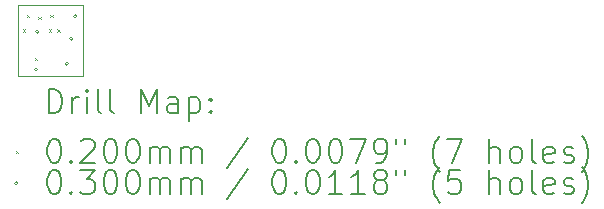
<source format=gbr>
%TF.GenerationSoftware,KiCad,Pcbnew,6.0.9-8da3e8f707~116~ubuntu22.04.1*%
%TF.CreationDate,2022-12-05T15:05:31-05:00*%
%TF.ProjectId,microphone,6d696372-6f70-4686-9f6e-652e6b696361,rev?*%
%TF.SameCoordinates,Original*%
%TF.FileFunction,Drillmap*%
%TF.FilePolarity,Positive*%
%FSLAX45Y45*%
G04 Gerber Fmt 4.5, Leading zero omitted, Abs format (unit mm)*
G04 Created by KiCad (PCBNEW 6.0.9-8da3e8f707~116~ubuntu22.04.1) date 2022-12-05 15:05:31*
%MOMM*%
%LPD*%
G01*
G04 APERTURE LIST*
%ADD10C,0.050000*%
%ADD11C,0.200000*%
%ADD12C,0.020000*%
%ADD13C,0.030000*%
G04 APERTURE END LIST*
D10*
X14810000Y-9745000D02*
X14810000Y-9140000D01*
X15360000Y-9745000D02*
X14810000Y-9745000D01*
X15360000Y-9140000D02*
X15360000Y-9745000D01*
X14810000Y-9140000D02*
X15360000Y-9140000D01*
D11*
D12*
X14850000Y-9347950D02*
X14870000Y-9367950D01*
X14870000Y-9347950D02*
X14850000Y-9367950D01*
X14880000Y-9228000D02*
X14900000Y-9248000D01*
X14900000Y-9228000D02*
X14880000Y-9248000D01*
X14950000Y-9590000D02*
X14970000Y-9610000D01*
X14970000Y-9590000D02*
X14950000Y-9610000D01*
X14980000Y-9242450D02*
X15000000Y-9262450D01*
X15000000Y-9242450D02*
X14980000Y-9262450D01*
X15070000Y-9350000D02*
X15090000Y-9370000D01*
X15090000Y-9350000D02*
X15070000Y-9370000D01*
X15080000Y-9228000D02*
X15100000Y-9248000D01*
X15100000Y-9228000D02*
X15080000Y-9248000D01*
X15140000Y-9350000D02*
X15160000Y-9370000D01*
X15160000Y-9350000D02*
X15140000Y-9370000D01*
D13*
X14974000Y-9689000D02*
G75*
G03*
X14974000Y-9689000I-15000J0D01*
G01*
X14985000Y-9370000D02*
G75*
G03*
X14985000Y-9370000I-15000J0D01*
G01*
X15235000Y-9640000D02*
G75*
G03*
X15235000Y-9640000I-15000J0D01*
G01*
X15272061Y-9428945D02*
G75*
G03*
X15272061Y-9428945I-15000J0D01*
G01*
X15305000Y-9238000D02*
G75*
G03*
X15305000Y-9238000I-15000J0D01*
G01*
D11*
X15065119Y-10057976D02*
X15065119Y-9857976D01*
X15112738Y-9857976D01*
X15141309Y-9867500D01*
X15160357Y-9886548D01*
X15169881Y-9905595D01*
X15179405Y-9943690D01*
X15179405Y-9972262D01*
X15169881Y-10010357D01*
X15160357Y-10029405D01*
X15141309Y-10048452D01*
X15112738Y-10057976D01*
X15065119Y-10057976D01*
X15265119Y-10057976D02*
X15265119Y-9924643D01*
X15265119Y-9962738D02*
X15274643Y-9943690D01*
X15284167Y-9934167D01*
X15303214Y-9924643D01*
X15322262Y-9924643D01*
X15388928Y-10057976D02*
X15388928Y-9924643D01*
X15388928Y-9857976D02*
X15379405Y-9867500D01*
X15388928Y-9877024D01*
X15398452Y-9867500D01*
X15388928Y-9857976D01*
X15388928Y-9877024D01*
X15512738Y-10057976D02*
X15493690Y-10048452D01*
X15484167Y-10029405D01*
X15484167Y-9857976D01*
X15617500Y-10057976D02*
X15598452Y-10048452D01*
X15588928Y-10029405D01*
X15588928Y-9857976D01*
X15846071Y-10057976D02*
X15846071Y-9857976D01*
X15912738Y-10000833D01*
X15979405Y-9857976D01*
X15979405Y-10057976D01*
X16160357Y-10057976D02*
X16160357Y-9953214D01*
X16150833Y-9934167D01*
X16131786Y-9924643D01*
X16093690Y-9924643D01*
X16074643Y-9934167D01*
X16160357Y-10048452D02*
X16141309Y-10057976D01*
X16093690Y-10057976D01*
X16074643Y-10048452D01*
X16065119Y-10029405D01*
X16065119Y-10010357D01*
X16074643Y-9991310D01*
X16093690Y-9981786D01*
X16141309Y-9981786D01*
X16160357Y-9972262D01*
X16255595Y-9924643D02*
X16255595Y-10124643D01*
X16255595Y-9934167D02*
X16274643Y-9924643D01*
X16312738Y-9924643D01*
X16331786Y-9934167D01*
X16341309Y-9943690D01*
X16350833Y-9962738D01*
X16350833Y-10019881D01*
X16341309Y-10038929D01*
X16331786Y-10048452D01*
X16312738Y-10057976D01*
X16274643Y-10057976D01*
X16255595Y-10048452D01*
X16436548Y-10038929D02*
X16446071Y-10048452D01*
X16436548Y-10057976D01*
X16427024Y-10048452D01*
X16436548Y-10038929D01*
X16436548Y-10057976D01*
X16436548Y-9934167D02*
X16446071Y-9943690D01*
X16436548Y-9953214D01*
X16427024Y-9943690D01*
X16436548Y-9934167D01*
X16436548Y-9953214D01*
D12*
X14787500Y-10377500D02*
X14807500Y-10397500D01*
X14807500Y-10377500D02*
X14787500Y-10397500D01*
D11*
X15103214Y-10277976D02*
X15122262Y-10277976D01*
X15141309Y-10287500D01*
X15150833Y-10297024D01*
X15160357Y-10316071D01*
X15169881Y-10354167D01*
X15169881Y-10401786D01*
X15160357Y-10439881D01*
X15150833Y-10458929D01*
X15141309Y-10468452D01*
X15122262Y-10477976D01*
X15103214Y-10477976D01*
X15084167Y-10468452D01*
X15074643Y-10458929D01*
X15065119Y-10439881D01*
X15055595Y-10401786D01*
X15055595Y-10354167D01*
X15065119Y-10316071D01*
X15074643Y-10297024D01*
X15084167Y-10287500D01*
X15103214Y-10277976D01*
X15255595Y-10458929D02*
X15265119Y-10468452D01*
X15255595Y-10477976D01*
X15246071Y-10468452D01*
X15255595Y-10458929D01*
X15255595Y-10477976D01*
X15341309Y-10297024D02*
X15350833Y-10287500D01*
X15369881Y-10277976D01*
X15417500Y-10277976D01*
X15436548Y-10287500D01*
X15446071Y-10297024D01*
X15455595Y-10316071D01*
X15455595Y-10335119D01*
X15446071Y-10363690D01*
X15331786Y-10477976D01*
X15455595Y-10477976D01*
X15579405Y-10277976D02*
X15598452Y-10277976D01*
X15617500Y-10287500D01*
X15627024Y-10297024D01*
X15636548Y-10316071D01*
X15646071Y-10354167D01*
X15646071Y-10401786D01*
X15636548Y-10439881D01*
X15627024Y-10458929D01*
X15617500Y-10468452D01*
X15598452Y-10477976D01*
X15579405Y-10477976D01*
X15560357Y-10468452D01*
X15550833Y-10458929D01*
X15541309Y-10439881D01*
X15531786Y-10401786D01*
X15531786Y-10354167D01*
X15541309Y-10316071D01*
X15550833Y-10297024D01*
X15560357Y-10287500D01*
X15579405Y-10277976D01*
X15769881Y-10277976D02*
X15788928Y-10277976D01*
X15807976Y-10287500D01*
X15817500Y-10297024D01*
X15827024Y-10316071D01*
X15836548Y-10354167D01*
X15836548Y-10401786D01*
X15827024Y-10439881D01*
X15817500Y-10458929D01*
X15807976Y-10468452D01*
X15788928Y-10477976D01*
X15769881Y-10477976D01*
X15750833Y-10468452D01*
X15741309Y-10458929D01*
X15731786Y-10439881D01*
X15722262Y-10401786D01*
X15722262Y-10354167D01*
X15731786Y-10316071D01*
X15741309Y-10297024D01*
X15750833Y-10287500D01*
X15769881Y-10277976D01*
X15922262Y-10477976D02*
X15922262Y-10344643D01*
X15922262Y-10363690D02*
X15931786Y-10354167D01*
X15950833Y-10344643D01*
X15979405Y-10344643D01*
X15998452Y-10354167D01*
X16007976Y-10373214D01*
X16007976Y-10477976D01*
X16007976Y-10373214D02*
X16017500Y-10354167D01*
X16036548Y-10344643D01*
X16065119Y-10344643D01*
X16084167Y-10354167D01*
X16093690Y-10373214D01*
X16093690Y-10477976D01*
X16188928Y-10477976D02*
X16188928Y-10344643D01*
X16188928Y-10363690D02*
X16198452Y-10354167D01*
X16217500Y-10344643D01*
X16246071Y-10344643D01*
X16265119Y-10354167D01*
X16274643Y-10373214D01*
X16274643Y-10477976D01*
X16274643Y-10373214D02*
X16284167Y-10354167D01*
X16303214Y-10344643D01*
X16331786Y-10344643D01*
X16350833Y-10354167D01*
X16360357Y-10373214D01*
X16360357Y-10477976D01*
X16750833Y-10268452D02*
X16579405Y-10525595D01*
X17007976Y-10277976D02*
X17027024Y-10277976D01*
X17046071Y-10287500D01*
X17055595Y-10297024D01*
X17065119Y-10316071D01*
X17074643Y-10354167D01*
X17074643Y-10401786D01*
X17065119Y-10439881D01*
X17055595Y-10458929D01*
X17046071Y-10468452D01*
X17027024Y-10477976D01*
X17007976Y-10477976D01*
X16988929Y-10468452D01*
X16979405Y-10458929D01*
X16969881Y-10439881D01*
X16960357Y-10401786D01*
X16960357Y-10354167D01*
X16969881Y-10316071D01*
X16979405Y-10297024D01*
X16988929Y-10287500D01*
X17007976Y-10277976D01*
X17160357Y-10458929D02*
X17169881Y-10468452D01*
X17160357Y-10477976D01*
X17150833Y-10468452D01*
X17160357Y-10458929D01*
X17160357Y-10477976D01*
X17293690Y-10277976D02*
X17312738Y-10277976D01*
X17331786Y-10287500D01*
X17341310Y-10297024D01*
X17350833Y-10316071D01*
X17360357Y-10354167D01*
X17360357Y-10401786D01*
X17350833Y-10439881D01*
X17341310Y-10458929D01*
X17331786Y-10468452D01*
X17312738Y-10477976D01*
X17293690Y-10477976D01*
X17274643Y-10468452D01*
X17265119Y-10458929D01*
X17255595Y-10439881D01*
X17246071Y-10401786D01*
X17246071Y-10354167D01*
X17255595Y-10316071D01*
X17265119Y-10297024D01*
X17274643Y-10287500D01*
X17293690Y-10277976D01*
X17484167Y-10277976D02*
X17503214Y-10277976D01*
X17522262Y-10287500D01*
X17531786Y-10297024D01*
X17541310Y-10316071D01*
X17550833Y-10354167D01*
X17550833Y-10401786D01*
X17541310Y-10439881D01*
X17531786Y-10458929D01*
X17522262Y-10468452D01*
X17503214Y-10477976D01*
X17484167Y-10477976D01*
X17465119Y-10468452D01*
X17455595Y-10458929D01*
X17446071Y-10439881D01*
X17436548Y-10401786D01*
X17436548Y-10354167D01*
X17446071Y-10316071D01*
X17455595Y-10297024D01*
X17465119Y-10287500D01*
X17484167Y-10277976D01*
X17617500Y-10277976D02*
X17750833Y-10277976D01*
X17665119Y-10477976D01*
X17836548Y-10477976D02*
X17874643Y-10477976D01*
X17893690Y-10468452D01*
X17903214Y-10458929D01*
X17922262Y-10430357D01*
X17931786Y-10392262D01*
X17931786Y-10316071D01*
X17922262Y-10297024D01*
X17912738Y-10287500D01*
X17893690Y-10277976D01*
X17855595Y-10277976D01*
X17836548Y-10287500D01*
X17827024Y-10297024D01*
X17817500Y-10316071D01*
X17817500Y-10363690D01*
X17827024Y-10382738D01*
X17836548Y-10392262D01*
X17855595Y-10401786D01*
X17893690Y-10401786D01*
X17912738Y-10392262D01*
X17922262Y-10382738D01*
X17931786Y-10363690D01*
X18007976Y-10277976D02*
X18007976Y-10316071D01*
X18084167Y-10277976D02*
X18084167Y-10316071D01*
X18379405Y-10554167D02*
X18369881Y-10544643D01*
X18350833Y-10516071D01*
X18341310Y-10497024D01*
X18331786Y-10468452D01*
X18322262Y-10420833D01*
X18322262Y-10382738D01*
X18331786Y-10335119D01*
X18341310Y-10306548D01*
X18350833Y-10287500D01*
X18369881Y-10258929D01*
X18379405Y-10249405D01*
X18436548Y-10277976D02*
X18569881Y-10277976D01*
X18484167Y-10477976D01*
X18798452Y-10477976D02*
X18798452Y-10277976D01*
X18884167Y-10477976D02*
X18884167Y-10373214D01*
X18874643Y-10354167D01*
X18855595Y-10344643D01*
X18827024Y-10344643D01*
X18807976Y-10354167D01*
X18798452Y-10363690D01*
X19007976Y-10477976D02*
X18988929Y-10468452D01*
X18979405Y-10458929D01*
X18969881Y-10439881D01*
X18969881Y-10382738D01*
X18979405Y-10363690D01*
X18988929Y-10354167D01*
X19007976Y-10344643D01*
X19036548Y-10344643D01*
X19055595Y-10354167D01*
X19065119Y-10363690D01*
X19074643Y-10382738D01*
X19074643Y-10439881D01*
X19065119Y-10458929D01*
X19055595Y-10468452D01*
X19036548Y-10477976D01*
X19007976Y-10477976D01*
X19188929Y-10477976D02*
X19169881Y-10468452D01*
X19160357Y-10449405D01*
X19160357Y-10277976D01*
X19341310Y-10468452D02*
X19322262Y-10477976D01*
X19284167Y-10477976D01*
X19265119Y-10468452D01*
X19255595Y-10449405D01*
X19255595Y-10373214D01*
X19265119Y-10354167D01*
X19284167Y-10344643D01*
X19322262Y-10344643D01*
X19341310Y-10354167D01*
X19350833Y-10373214D01*
X19350833Y-10392262D01*
X19255595Y-10411310D01*
X19427024Y-10468452D02*
X19446071Y-10477976D01*
X19484167Y-10477976D01*
X19503214Y-10468452D01*
X19512738Y-10449405D01*
X19512738Y-10439881D01*
X19503214Y-10420833D01*
X19484167Y-10411310D01*
X19455595Y-10411310D01*
X19436548Y-10401786D01*
X19427024Y-10382738D01*
X19427024Y-10373214D01*
X19436548Y-10354167D01*
X19455595Y-10344643D01*
X19484167Y-10344643D01*
X19503214Y-10354167D01*
X19579405Y-10554167D02*
X19588929Y-10544643D01*
X19607976Y-10516071D01*
X19617500Y-10497024D01*
X19627024Y-10468452D01*
X19636548Y-10420833D01*
X19636548Y-10382738D01*
X19627024Y-10335119D01*
X19617500Y-10306548D01*
X19607976Y-10287500D01*
X19588929Y-10258929D01*
X19579405Y-10249405D01*
D13*
X14807500Y-10651500D02*
G75*
G03*
X14807500Y-10651500I-15000J0D01*
G01*
D11*
X15103214Y-10541976D02*
X15122262Y-10541976D01*
X15141309Y-10551500D01*
X15150833Y-10561024D01*
X15160357Y-10580071D01*
X15169881Y-10618167D01*
X15169881Y-10665786D01*
X15160357Y-10703881D01*
X15150833Y-10722929D01*
X15141309Y-10732452D01*
X15122262Y-10741976D01*
X15103214Y-10741976D01*
X15084167Y-10732452D01*
X15074643Y-10722929D01*
X15065119Y-10703881D01*
X15055595Y-10665786D01*
X15055595Y-10618167D01*
X15065119Y-10580071D01*
X15074643Y-10561024D01*
X15084167Y-10551500D01*
X15103214Y-10541976D01*
X15255595Y-10722929D02*
X15265119Y-10732452D01*
X15255595Y-10741976D01*
X15246071Y-10732452D01*
X15255595Y-10722929D01*
X15255595Y-10741976D01*
X15331786Y-10541976D02*
X15455595Y-10541976D01*
X15388928Y-10618167D01*
X15417500Y-10618167D01*
X15436548Y-10627690D01*
X15446071Y-10637214D01*
X15455595Y-10656262D01*
X15455595Y-10703881D01*
X15446071Y-10722929D01*
X15436548Y-10732452D01*
X15417500Y-10741976D01*
X15360357Y-10741976D01*
X15341309Y-10732452D01*
X15331786Y-10722929D01*
X15579405Y-10541976D02*
X15598452Y-10541976D01*
X15617500Y-10551500D01*
X15627024Y-10561024D01*
X15636548Y-10580071D01*
X15646071Y-10618167D01*
X15646071Y-10665786D01*
X15636548Y-10703881D01*
X15627024Y-10722929D01*
X15617500Y-10732452D01*
X15598452Y-10741976D01*
X15579405Y-10741976D01*
X15560357Y-10732452D01*
X15550833Y-10722929D01*
X15541309Y-10703881D01*
X15531786Y-10665786D01*
X15531786Y-10618167D01*
X15541309Y-10580071D01*
X15550833Y-10561024D01*
X15560357Y-10551500D01*
X15579405Y-10541976D01*
X15769881Y-10541976D02*
X15788928Y-10541976D01*
X15807976Y-10551500D01*
X15817500Y-10561024D01*
X15827024Y-10580071D01*
X15836548Y-10618167D01*
X15836548Y-10665786D01*
X15827024Y-10703881D01*
X15817500Y-10722929D01*
X15807976Y-10732452D01*
X15788928Y-10741976D01*
X15769881Y-10741976D01*
X15750833Y-10732452D01*
X15741309Y-10722929D01*
X15731786Y-10703881D01*
X15722262Y-10665786D01*
X15722262Y-10618167D01*
X15731786Y-10580071D01*
X15741309Y-10561024D01*
X15750833Y-10551500D01*
X15769881Y-10541976D01*
X15922262Y-10741976D02*
X15922262Y-10608643D01*
X15922262Y-10627690D02*
X15931786Y-10618167D01*
X15950833Y-10608643D01*
X15979405Y-10608643D01*
X15998452Y-10618167D01*
X16007976Y-10637214D01*
X16007976Y-10741976D01*
X16007976Y-10637214D02*
X16017500Y-10618167D01*
X16036548Y-10608643D01*
X16065119Y-10608643D01*
X16084167Y-10618167D01*
X16093690Y-10637214D01*
X16093690Y-10741976D01*
X16188928Y-10741976D02*
X16188928Y-10608643D01*
X16188928Y-10627690D02*
X16198452Y-10618167D01*
X16217500Y-10608643D01*
X16246071Y-10608643D01*
X16265119Y-10618167D01*
X16274643Y-10637214D01*
X16274643Y-10741976D01*
X16274643Y-10637214D02*
X16284167Y-10618167D01*
X16303214Y-10608643D01*
X16331786Y-10608643D01*
X16350833Y-10618167D01*
X16360357Y-10637214D01*
X16360357Y-10741976D01*
X16750833Y-10532452D02*
X16579405Y-10789595D01*
X17007976Y-10541976D02*
X17027024Y-10541976D01*
X17046071Y-10551500D01*
X17055595Y-10561024D01*
X17065119Y-10580071D01*
X17074643Y-10618167D01*
X17074643Y-10665786D01*
X17065119Y-10703881D01*
X17055595Y-10722929D01*
X17046071Y-10732452D01*
X17027024Y-10741976D01*
X17007976Y-10741976D01*
X16988929Y-10732452D01*
X16979405Y-10722929D01*
X16969881Y-10703881D01*
X16960357Y-10665786D01*
X16960357Y-10618167D01*
X16969881Y-10580071D01*
X16979405Y-10561024D01*
X16988929Y-10551500D01*
X17007976Y-10541976D01*
X17160357Y-10722929D02*
X17169881Y-10732452D01*
X17160357Y-10741976D01*
X17150833Y-10732452D01*
X17160357Y-10722929D01*
X17160357Y-10741976D01*
X17293690Y-10541976D02*
X17312738Y-10541976D01*
X17331786Y-10551500D01*
X17341310Y-10561024D01*
X17350833Y-10580071D01*
X17360357Y-10618167D01*
X17360357Y-10665786D01*
X17350833Y-10703881D01*
X17341310Y-10722929D01*
X17331786Y-10732452D01*
X17312738Y-10741976D01*
X17293690Y-10741976D01*
X17274643Y-10732452D01*
X17265119Y-10722929D01*
X17255595Y-10703881D01*
X17246071Y-10665786D01*
X17246071Y-10618167D01*
X17255595Y-10580071D01*
X17265119Y-10561024D01*
X17274643Y-10551500D01*
X17293690Y-10541976D01*
X17550833Y-10741976D02*
X17436548Y-10741976D01*
X17493690Y-10741976D02*
X17493690Y-10541976D01*
X17474643Y-10570548D01*
X17455595Y-10589595D01*
X17436548Y-10599119D01*
X17741310Y-10741976D02*
X17627024Y-10741976D01*
X17684167Y-10741976D02*
X17684167Y-10541976D01*
X17665119Y-10570548D01*
X17646071Y-10589595D01*
X17627024Y-10599119D01*
X17855595Y-10627690D02*
X17836548Y-10618167D01*
X17827024Y-10608643D01*
X17817500Y-10589595D01*
X17817500Y-10580071D01*
X17827024Y-10561024D01*
X17836548Y-10551500D01*
X17855595Y-10541976D01*
X17893690Y-10541976D01*
X17912738Y-10551500D01*
X17922262Y-10561024D01*
X17931786Y-10580071D01*
X17931786Y-10589595D01*
X17922262Y-10608643D01*
X17912738Y-10618167D01*
X17893690Y-10627690D01*
X17855595Y-10627690D01*
X17836548Y-10637214D01*
X17827024Y-10646738D01*
X17817500Y-10665786D01*
X17817500Y-10703881D01*
X17827024Y-10722929D01*
X17836548Y-10732452D01*
X17855595Y-10741976D01*
X17893690Y-10741976D01*
X17912738Y-10732452D01*
X17922262Y-10722929D01*
X17931786Y-10703881D01*
X17931786Y-10665786D01*
X17922262Y-10646738D01*
X17912738Y-10637214D01*
X17893690Y-10627690D01*
X18007976Y-10541976D02*
X18007976Y-10580071D01*
X18084167Y-10541976D02*
X18084167Y-10580071D01*
X18379405Y-10818167D02*
X18369881Y-10808643D01*
X18350833Y-10780071D01*
X18341310Y-10761024D01*
X18331786Y-10732452D01*
X18322262Y-10684833D01*
X18322262Y-10646738D01*
X18331786Y-10599119D01*
X18341310Y-10570548D01*
X18350833Y-10551500D01*
X18369881Y-10522929D01*
X18379405Y-10513405D01*
X18550833Y-10541976D02*
X18455595Y-10541976D01*
X18446071Y-10637214D01*
X18455595Y-10627690D01*
X18474643Y-10618167D01*
X18522262Y-10618167D01*
X18541310Y-10627690D01*
X18550833Y-10637214D01*
X18560357Y-10656262D01*
X18560357Y-10703881D01*
X18550833Y-10722929D01*
X18541310Y-10732452D01*
X18522262Y-10741976D01*
X18474643Y-10741976D01*
X18455595Y-10732452D01*
X18446071Y-10722929D01*
X18798452Y-10741976D02*
X18798452Y-10541976D01*
X18884167Y-10741976D02*
X18884167Y-10637214D01*
X18874643Y-10618167D01*
X18855595Y-10608643D01*
X18827024Y-10608643D01*
X18807976Y-10618167D01*
X18798452Y-10627690D01*
X19007976Y-10741976D02*
X18988929Y-10732452D01*
X18979405Y-10722929D01*
X18969881Y-10703881D01*
X18969881Y-10646738D01*
X18979405Y-10627690D01*
X18988929Y-10618167D01*
X19007976Y-10608643D01*
X19036548Y-10608643D01*
X19055595Y-10618167D01*
X19065119Y-10627690D01*
X19074643Y-10646738D01*
X19074643Y-10703881D01*
X19065119Y-10722929D01*
X19055595Y-10732452D01*
X19036548Y-10741976D01*
X19007976Y-10741976D01*
X19188929Y-10741976D02*
X19169881Y-10732452D01*
X19160357Y-10713405D01*
X19160357Y-10541976D01*
X19341310Y-10732452D02*
X19322262Y-10741976D01*
X19284167Y-10741976D01*
X19265119Y-10732452D01*
X19255595Y-10713405D01*
X19255595Y-10637214D01*
X19265119Y-10618167D01*
X19284167Y-10608643D01*
X19322262Y-10608643D01*
X19341310Y-10618167D01*
X19350833Y-10637214D01*
X19350833Y-10656262D01*
X19255595Y-10675310D01*
X19427024Y-10732452D02*
X19446071Y-10741976D01*
X19484167Y-10741976D01*
X19503214Y-10732452D01*
X19512738Y-10713405D01*
X19512738Y-10703881D01*
X19503214Y-10684833D01*
X19484167Y-10675310D01*
X19455595Y-10675310D01*
X19436548Y-10665786D01*
X19427024Y-10646738D01*
X19427024Y-10637214D01*
X19436548Y-10618167D01*
X19455595Y-10608643D01*
X19484167Y-10608643D01*
X19503214Y-10618167D01*
X19579405Y-10818167D02*
X19588929Y-10808643D01*
X19607976Y-10780071D01*
X19617500Y-10761024D01*
X19627024Y-10732452D01*
X19636548Y-10684833D01*
X19636548Y-10646738D01*
X19627024Y-10599119D01*
X19617500Y-10570548D01*
X19607976Y-10551500D01*
X19588929Y-10522929D01*
X19579405Y-10513405D01*
M02*

</source>
